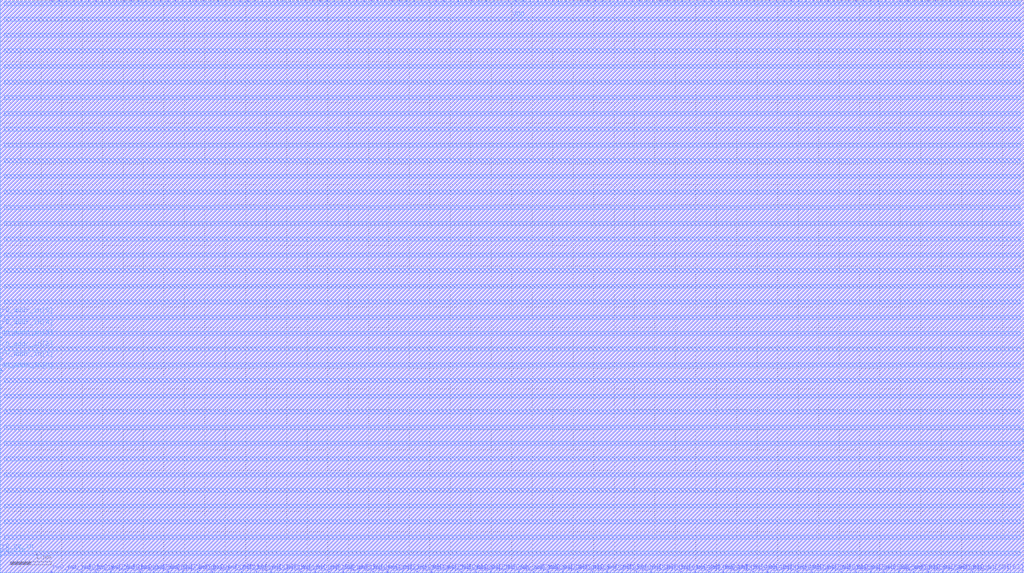
<source format=lef>
# Generated by OpenFakeRAM
VERSION 5.7 ;
BUSBITCHARS "[]" ;
PROPERTYDEFINITIONS
  MACRO width INTEGER ;
  MACRO depth INTEGER ;
  MACRO banks INTEGER ;
END PROPERTYDEFINITIONS
MACRO fakeram_1rw1r_64w64d_sram
  PROPERTY width 64 ;
  PROPERTY depth 64 ;
  PROPERTY banks 1 ;
  FOREIGN fakeram_1rw1r_64w64d_sram 0 0 ;
  SYMMETRY X Y R90 ;
  SIZE 25.020 BY 14.016 ;
  CLASS BLOCK ;
  PIN r0_clk
    DIRECTION INPUT ;
    USE SIGNAL ;
    SHAPE ABUTMENT ;
    PORT
      LAYER M4 ;
      RECT 0.000 0.420 0.048 0.444 ;
    END
  END r0_clk
  PIN r0_ce_in
    DIRECTION INPUT ;
    USE SIGNAL ;
    SHAPE ABUTMENT ;
    PORT
      LAYER M4 ;
      RECT 0.000 0.516 0.048 0.540 ;
    END
  END r0_ce_in
  PIN r0_addr_in[0]
    DIRECTION INPUT ;
    USE SIGNAL ;
    SHAPE ABUTMENT ;
    PORT
      LAYER M4 ;
      RECT 0.000 4.932 0.048 4.956 ;
    END
  END r0_addr_in[0]
  PIN r0_addr_in[1]
    DIRECTION INPUT ;
    USE SIGNAL ;
    SHAPE ABUTMENT ;
    PORT
      LAYER M4 ;
      RECT 0.000 5.220 0.048 5.244 ;
    END
  END r0_addr_in[1]
  PIN r0_addr_in[2]
    DIRECTION INPUT ;
    USE SIGNAL ;
    SHAPE ABUTMENT ;
    PORT
      LAYER M4 ;
      RECT 0.000 5.460 0.048 5.484 ;
    END
  END r0_addr_in[2]
  PIN r0_addr_in[3]
    DIRECTION INPUT ;
    USE SIGNAL ;
    SHAPE ABUTMENT ;
    PORT
      LAYER M4 ;
      RECT 0.000 5.748 0.048 5.772 ;
    END
  END r0_addr_in[3]
  PIN r0_addr_in[4]
    DIRECTION INPUT ;
    USE SIGNAL ;
    SHAPE ABUTMENT ;
    PORT
      LAYER M4 ;
      RECT 0.000 5.988 0.048 6.012 ;
    END
  END r0_addr_in[4]
  PIN r0_addr_in[5]
    DIRECTION INPUT ;
    USE SIGNAL ;
    SHAPE ABUTMENT ;
    PORT
      LAYER M4 ;
      RECT 0.000 6.276 0.048 6.300 ;
    END
  END r0_addr_in[5]
  PIN rw0_rd_out[0]
    DIRECTION OUTPUT ;
    USE SIGNAL ;
    SHAPE ABUTMENT ;
    PORT
      LAYER M3 ;
      RECT 1.251 13.980 1.269 14.016 ;
    END
  END rw0_rd_out[0]
  PIN r0_rd_out[0]
    DIRECTION OUTPUT ;
    USE SIGNAL ;
    SHAPE ABUTMENT ;
    PORT
      LAYER M3 ;
      RECT 1.431 13.980 1.449 14.016 ;
    END
  END r0_rd_out[0]
  PIN rw0_rd_out[1]
    DIRECTION OUTPUT ;
    USE SIGNAL ;
    SHAPE ABUTMENT ;
    PORT
      LAYER M3 ;
      RECT 1.611 13.980 1.629 14.016 ;
    END
  END rw0_rd_out[1]
  PIN r0_rd_out[1]
    DIRECTION OUTPUT ;
    USE SIGNAL ;
    SHAPE ABUTMENT ;
    PORT
      LAYER M3 ;
      RECT 1.791 13.980 1.809 14.016 ;
    END
  END r0_rd_out[1]
  PIN rw0_rd_out[2]
    DIRECTION OUTPUT ;
    USE SIGNAL ;
    SHAPE ABUTMENT ;
    PORT
      LAYER M3 ;
      RECT 1.971 13.980 1.989 14.016 ;
    END
  END rw0_rd_out[2]
  PIN r0_rd_out[2]
    DIRECTION OUTPUT ;
    USE SIGNAL ;
    SHAPE ABUTMENT ;
    PORT
      LAYER M3 ;
      RECT 2.151 13.980 2.169 14.016 ;
    END
  END r0_rd_out[2]
  PIN rw0_rd_out[3]
    DIRECTION OUTPUT ;
    USE SIGNAL ;
    SHAPE ABUTMENT ;
    PORT
      LAYER M3 ;
      RECT 2.331 13.980 2.349 14.016 ;
    END
  END rw0_rd_out[3]
  PIN r0_rd_out[3]
    DIRECTION OUTPUT ;
    USE SIGNAL ;
    SHAPE ABUTMENT ;
    PORT
      LAYER M3 ;
      RECT 2.475 13.980 2.493 14.016 ;
    END
  END r0_rd_out[3]
  PIN rw0_rd_out[4]
    DIRECTION OUTPUT ;
    USE SIGNAL ;
    SHAPE ABUTMENT ;
    PORT
      LAYER M3 ;
      RECT 2.655 13.980 2.673 14.016 ;
    END
  END rw0_rd_out[4]
  PIN r0_rd_out[4]
    DIRECTION OUTPUT ;
    USE SIGNAL ;
    SHAPE ABUTMENT ;
    PORT
      LAYER M3 ;
      RECT 2.835 13.980 2.853 14.016 ;
    END
  END r0_rd_out[4]
  PIN rw0_rd_out[5]
    DIRECTION OUTPUT ;
    USE SIGNAL ;
    SHAPE ABUTMENT ;
    PORT
      LAYER M3 ;
      RECT 3.015 13.980 3.033 14.016 ;
    END
  END rw0_rd_out[5]
  PIN r0_rd_out[5]
    DIRECTION OUTPUT ;
    USE SIGNAL ;
    SHAPE ABUTMENT ;
    PORT
      LAYER M3 ;
      RECT 3.195 13.980 3.213 14.016 ;
    END
  END r0_rd_out[5]
  PIN rw0_rd_out[6]
    DIRECTION OUTPUT ;
    USE SIGNAL ;
    SHAPE ABUTMENT ;
    PORT
      LAYER M3 ;
      RECT 3.375 13.980 3.393 14.016 ;
    END
  END rw0_rd_out[6]
  PIN r0_rd_out[6]
    DIRECTION OUTPUT ;
    USE SIGNAL ;
    SHAPE ABUTMENT ;
    PORT
      LAYER M3 ;
      RECT 3.555 13.980 3.573 14.016 ;
    END
  END r0_rd_out[6]
  PIN rw0_rd_out[7]
    DIRECTION OUTPUT ;
    USE SIGNAL ;
    SHAPE ABUTMENT ;
    PORT
      LAYER M3 ;
      RECT 3.735 13.980 3.753 14.016 ;
    END
  END rw0_rd_out[7]
  PIN r0_rd_out[7]
    DIRECTION OUTPUT ;
    USE SIGNAL ;
    SHAPE ABUTMENT ;
    PORT
      LAYER M3 ;
      RECT 3.915 13.980 3.933 14.016 ;
    END
  END r0_rd_out[7]
  PIN rw0_rd_out[8]
    DIRECTION OUTPUT ;
    USE SIGNAL ;
    SHAPE ABUTMENT ;
    PORT
      LAYER M3 ;
      RECT 4.095 13.980 4.113 14.016 ;
    END
  END rw0_rd_out[8]
  PIN r0_rd_out[8]
    DIRECTION OUTPUT ;
    USE SIGNAL ;
    SHAPE ABUTMENT ;
    PORT
      LAYER M3 ;
      RECT 4.275 13.980 4.293 14.016 ;
    END
  END r0_rd_out[8]
  PIN rw0_rd_out[9]
    DIRECTION OUTPUT ;
    USE SIGNAL ;
    SHAPE ABUTMENT ;
    PORT
      LAYER M3 ;
      RECT 4.455 13.980 4.473 14.016 ;
    END
  END rw0_rd_out[9]
  PIN r0_rd_out[9]
    DIRECTION OUTPUT ;
    USE SIGNAL ;
    SHAPE ABUTMENT ;
    PORT
      LAYER M3 ;
      RECT 4.635 13.980 4.653 14.016 ;
    END
  END r0_rd_out[9]
  PIN rw0_rd_out[10]
    DIRECTION OUTPUT ;
    USE SIGNAL ;
    SHAPE ABUTMENT ;
    PORT
      LAYER M3 ;
      RECT 4.779 13.980 4.797 14.016 ;
    END
  END rw0_rd_out[10]
  PIN r0_rd_out[10]
    DIRECTION OUTPUT ;
    USE SIGNAL ;
    SHAPE ABUTMENT ;
    PORT
      LAYER M3 ;
      RECT 4.959 13.980 4.977 14.016 ;
    END
  END r0_rd_out[10]
  PIN rw0_rd_out[11]
    DIRECTION OUTPUT ;
    USE SIGNAL ;
    SHAPE ABUTMENT ;
    PORT
      LAYER M3 ;
      RECT 5.139 13.980 5.157 14.016 ;
    END
  END rw0_rd_out[11]
  PIN r0_rd_out[11]
    DIRECTION OUTPUT ;
    USE SIGNAL ;
    SHAPE ABUTMENT ;
    PORT
      LAYER M3 ;
      RECT 5.319 13.980 5.337 14.016 ;
    END
  END r0_rd_out[11]
  PIN rw0_rd_out[12]
    DIRECTION OUTPUT ;
    USE SIGNAL ;
    SHAPE ABUTMENT ;
    PORT
      LAYER M3 ;
      RECT 5.499 13.980 5.517 14.016 ;
    END
  END rw0_rd_out[12]
  PIN r0_rd_out[12]
    DIRECTION OUTPUT ;
    USE SIGNAL ;
    SHAPE ABUTMENT ;
    PORT
      LAYER M3 ;
      RECT 5.679 13.980 5.697 14.016 ;
    END
  END r0_rd_out[12]
  PIN rw0_rd_out[13]
    DIRECTION OUTPUT ;
    USE SIGNAL ;
    SHAPE ABUTMENT ;
    PORT
      LAYER M3 ;
      RECT 5.859 13.980 5.877 14.016 ;
    END
  END rw0_rd_out[13]
  PIN r0_rd_out[13]
    DIRECTION OUTPUT ;
    USE SIGNAL ;
    SHAPE ABUTMENT ;
    PORT
      LAYER M3 ;
      RECT 6.039 13.980 6.057 14.016 ;
    END
  END r0_rd_out[13]
  PIN rw0_rd_out[14]
    DIRECTION OUTPUT ;
    USE SIGNAL ;
    SHAPE ABUTMENT ;
    PORT
      LAYER M3 ;
      RECT 6.219 13.980 6.237 14.016 ;
    END
  END rw0_rd_out[14]
  PIN r0_rd_out[14]
    DIRECTION OUTPUT ;
    USE SIGNAL ;
    SHAPE ABUTMENT ;
    PORT
      LAYER M3 ;
      RECT 6.399 13.980 6.417 14.016 ;
    END
  END r0_rd_out[14]
  PIN rw0_rd_out[15]
    DIRECTION OUTPUT ;
    USE SIGNAL ;
    SHAPE ABUTMENT ;
    PORT
      LAYER M3 ;
      RECT 6.579 13.980 6.597 14.016 ;
    END
  END rw0_rd_out[15]
  PIN r0_rd_out[15]
    DIRECTION OUTPUT ;
    USE SIGNAL ;
    SHAPE ABUTMENT ;
    PORT
      LAYER M3 ;
      RECT 6.759 13.980 6.777 14.016 ;
    END
  END r0_rd_out[15]
  PIN rw0_rd_out[16]
    DIRECTION OUTPUT ;
    USE SIGNAL ;
    SHAPE ABUTMENT ;
    PORT
      LAYER M3 ;
      RECT 6.903 13.980 6.921 14.016 ;
    END
  END rw0_rd_out[16]
  PIN r0_rd_out[16]
    DIRECTION OUTPUT ;
    USE SIGNAL ;
    SHAPE ABUTMENT ;
    PORT
      LAYER M3 ;
      RECT 7.083 13.980 7.101 14.016 ;
    END
  END r0_rd_out[16]
  PIN rw0_rd_out[17]
    DIRECTION OUTPUT ;
    USE SIGNAL ;
    SHAPE ABUTMENT ;
    PORT
      LAYER M3 ;
      RECT 7.263 13.980 7.281 14.016 ;
    END
  END rw0_rd_out[17]
  PIN r0_rd_out[17]
    DIRECTION OUTPUT ;
    USE SIGNAL ;
    SHAPE ABUTMENT ;
    PORT
      LAYER M3 ;
      RECT 7.443 13.980 7.461 14.016 ;
    END
  END r0_rd_out[17]
  PIN rw0_rd_out[18]
    DIRECTION OUTPUT ;
    USE SIGNAL ;
    SHAPE ABUTMENT ;
    PORT
      LAYER M3 ;
      RECT 7.623 13.980 7.641 14.016 ;
    END
  END rw0_rd_out[18]
  PIN r0_rd_out[18]
    DIRECTION OUTPUT ;
    USE SIGNAL ;
    SHAPE ABUTMENT ;
    PORT
      LAYER M3 ;
      RECT 7.803 13.980 7.821 14.016 ;
    END
  END r0_rd_out[18]
  PIN rw0_rd_out[19]
    DIRECTION OUTPUT ;
    USE SIGNAL ;
    SHAPE ABUTMENT ;
    PORT
      LAYER M3 ;
      RECT 7.983 13.980 8.001 14.016 ;
    END
  END rw0_rd_out[19]
  PIN r0_rd_out[19]
    DIRECTION OUTPUT ;
    USE SIGNAL ;
    SHAPE ABUTMENT ;
    PORT
      LAYER M3 ;
      RECT 8.163 13.980 8.181 14.016 ;
    END
  END r0_rd_out[19]
  PIN rw0_rd_out[20]
    DIRECTION OUTPUT ;
    USE SIGNAL ;
    SHAPE ABUTMENT ;
    PORT
      LAYER M3 ;
      RECT 8.343 13.980 8.361 14.016 ;
    END
  END rw0_rd_out[20]
  PIN r0_rd_out[20]
    DIRECTION OUTPUT ;
    USE SIGNAL ;
    SHAPE ABUTMENT ;
    PORT
      LAYER M3 ;
      RECT 8.523 13.980 8.541 14.016 ;
    END
  END r0_rd_out[20]
  PIN rw0_rd_out[21]
    DIRECTION OUTPUT ;
    USE SIGNAL ;
    SHAPE ABUTMENT ;
    PORT
      LAYER M3 ;
      RECT 8.703 13.980 8.721 14.016 ;
    END
  END rw0_rd_out[21]
  PIN r0_rd_out[21]
    DIRECTION OUTPUT ;
    USE SIGNAL ;
    SHAPE ABUTMENT ;
    PORT
      LAYER M3 ;
      RECT 8.883 13.980 8.901 14.016 ;
    END
  END r0_rd_out[21]
  PIN rw0_rd_out[22]
    DIRECTION OUTPUT ;
    USE SIGNAL ;
    SHAPE ABUTMENT ;
    PORT
      LAYER M3 ;
      RECT 9.063 13.980 9.081 14.016 ;
    END
  END rw0_rd_out[22]
  PIN r0_rd_out[22]
    DIRECTION OUTPUT ;
    USE SIGNAL ;
    SHAPE ABUTMENT ;
    PORT
      LAYER M3 ;
      RECT 9.207 13.980 9.225 14.016 ;
    END
  END r0_rd_out[22]
  PIN rw0_rd_out[23]
    DIRECTION OUTPUT ;
    USE SIGNAL ;
    SHAPE ABUTMENT ;
    PORT
      LAYER M3 ;
      RECT 9.387 13.980 9.405 14.016 ;
    END
  END rw0_rd_out[23]
  PIN r0_rd_out[23]
    DIRECTION OUTPUT ;
    USE SIGNAL ;
    SHAPE ABUTMENT ;
    PORT
      LAYER M3 ;
      RECT 9.567 13.980 9.585 14.016 ;
    END
  END r0_rd_out[23]
  PIN rw0_rd_out[24]
    DIRECTION OUTPUT ;
    USE SIGNAL ;
    SHAPE ABUTMENT ;
    PORT
      LAYER M3 ;
      RECT 9.747 13.980 9.765 14.016 ;
    END
  END rw0_rd_out[24]
  PIN r0_rd_out[24]
    DIRECTION OUTPUT ;
    USE SIGNAL ;
    SHAPE ABUTMENT ;
    PORT
      LAYER M3 ;
      RECT 9.927 13.980 9.945 14.016 ;
    END
  END r0_rd_out[24]
  PIN rw0_rd_out[25]
    DIRECTION OUTPUT ;
    USE SIGNAL ;
    SHAPE ABUTMENT ;
    PORT
      LAYER M3 ;
      RECT 10.107 13.980 10.125 14.016 ;
    END
  END rw0_rd_out[25]
  PIN r0_rd_out[25]
    DIRECTION OUTPUT ;
    USE SIGNAL ;
    SHAPE ABUTMENT ;
    PORT
      LAYER M3 ;
      RECT 10.287 13.980 10.305 14.016 ;
    END
  END r0_rd_out[25]
  PIN rw0_rd_out[26]
    DIRECTION OUTPUT ;
    USE SIGNAL ;
    SHAPE ABUTMENT ;
    PORT
      LAYER M3 ;
      RECT 10.467 13.980 10.485 14.016 ;
    END
  END rw0_rd_out[26]
  PIN r0_rd_out[26]
    DIRECTION OUTPUT ;
    USE SIGNAL ;
    SHAPE ABUTMENT ;
    PORT
      LAYER M3 ;
      RECT 10.647 13.980 10.665 14.016 ;
    END
  END r0_rd_out[26]
  PIN rw0_rd_out[27]
    DIRECTION OUTPUT ;
    USE SIGNAL ;
    SHAPE ABUTMENT ;
    PORT
      LAYER M3 ;
      RECT 10.827 13.980 10.845 14.016 ;
    END
  END rw0_rd_out[27]
  PIN r0_rd_out[27]
    DIRECTION OUTPUT ;
    USE SIGNAL ;
    SHAPE ABUTMENT ;
    PORT
      LAYER M3 ;
      RECT 11.007 13.980 11.025 14.016 ;
    END
  END r0_rd_out[27]
  PIN rw0_rd_out[28]
    DIRECTION OUTPUT ;
    USE SIGNAL ;
    SHAPE ABUTMENT ;
    PORT
      LAYER M3 ;
      RECT 11.187 13.980 11.205 14.016 ;
    END
  END rw0_rd_out[28]
  PIN r0_rd_out[28]
    DIRECTION OUTPUT ;
    USE SIGNAL ;
    SHAPE ABUTMENT ;
    PORT
      LAYER M3 ;
      RECT 11.367 13.980 11.385 14.016 ;
    END
  END r0_rd_out[28]
  PIN rw0_rd_out[29]
    DIRECTION OUTPUT ;
    USE SIGNAL ;
    SHAPE ABUTMENT ;
    PORT
      LAYER M3 ;
      RECT 11.511 13.980 11.529 14.016 ;
    END
  END rw0_rd_out[29]
  PIN r0_rd_out[29]
    DIRECTION OUTPUT ;
    USE SIGNAL ;
    SHAPE ABUTMENT ;
    PORT
      LAYER M3 ;
      RECT 11.691 13.980 11.709 14.016 ;
    END
  END r0_rd_out[29]
  PIN rw0_rd_out[30]
    DIRECTION OUTPUT ;
    USE SIGNAL ;
    SHAPE ABUTMENT ;
    PORT
      LAYER M3 ;
      RECT 11.871 13.980 11.889 14.016 ;
    END
  END rw0_rd_out[30]
  PIN r0_rd_out[30]
    DIRECTION OUTPUT ;
    USE SIGNAL ;
    SHAPE ABUTMENT ;
    PORT
      LAYER M3 ;
      RECT 12.051 13.980 12.069 14.016 ;
    END
  END r0_rd_out[30]
  PIN rw0_rd_out[31]
    DIRECTION OUTPUT ;
    USE SIGNAL ;
    SHAPE ABUTMENT ;
    PORT
      LAYER M3 ;
      RECT 12.231 13.980 12.249 14.016 ;
    END
  END rw0_rd_out[31]
  PIN r0_rd_out[31]
    DIRECTION OUTPUT ;
    USE SIGNAL ;
    SHAPE ABUTMENT ;
    PORT
      LAYER M3 ;
      RECT 12.411 13.980 12.429 14.016 ;
    END
  END r0_rd_out[31]
  PIN rw0_rd_out[32]
    DIRECTION OUTPUT ;
    USE SIGNAL ;
    SHAPE ABUTMENT ;
    PORT
      LAYER M3 ;
      RECT 12.591 13.980 12.609 14.016 ;
    END
  END rw0_rd_out[32]
  PIN r0_rd_out[32]
    DIRECTION OUTPUT ;
    USE SIGNAL ;
    SHAPE ABUTMENT ;
    PORT
      LAYER M3 ;
      RECT 12.771 13.980 12.789 14.016 ;
    END
  END r0_rd_out[32]
  PIN rw0_rd_out[33]
    DIRECTION OUTPUT ;
    USE SIGNAL ;
    SHAPE ABUTMENT ;
    PORT
      LAYER M3 ;
      RECT 12.951 13.980 12.969 14.016 ;
    END
  END rw0_rd_out[33]
  PIN r0_rd_out[33]
    DIRECTION OUTPUT ;
    USE SIGNAL ;
    SHAPE ABUTMENT ;
    PORT
      LAYER M3 ;
      RECT 13.131 13.980 13.149 14.016 ;
    END
  END r0_rd_out[33]
  PIN rw0_rd_out[34]
    DIRECTION OUTPUT ;
    USE SIGNAL ;
    SHAPE ABUTMENT ;
    PORT
      LAYER M3 ;
      RECT 13.311 13.980 13.329 14.016 ;
    END
  END rw0_rd_out[34]
  PIN r0_rd_out[34]
    DIRECTION OUTPUT ;
    USE SIGNAL ;
    SHAPE ABUTMENT ;
    PORT
      LAYER M3 ;
      RECT 13.491 13.980 13.509 14.016 ;
    END
  END r0_rd_out[34]
  PIN rw0_rd_out[35]
    DIRECTION OUTPUT ;
    USE SIGNAL ;
    SHAPE ABUTMENT ;
    PORT
      LAYER M3 ;
      RECT 13.635 13.980 13.653 14.016 ;
    END
  END rw0_rd_out[35]
  PIN r0_rd_out[35]
    DIRECTION OUTPUT ;
    USE SIGNAL ;
    SHAPE ABUTMENT ;
    PORT
      LAYER M3 ;
      RECT 13.815 13.980 13.833 14.016 ;
    END
  END r0_rd_out[35]
  PIN rw0_rd_out[36]
    DIRECTION OUTPUT ;
    USE SIGNAL ;
    SHAPE ABUTMENT ;
    PORT
      LAYER M3 ;
      RECT 13.995 13.980 14.013 14.016 ;
    END
  END rw0_rd_out[36]
  PIN r0_rd_out[36]
    DIRECTION OUTPUT ;
    USE SIGNAL ;
    SHAPE ABUTMENT ;
    PORT
      LAYER M3 ;
      RECT 14.175 13.980 14.193 14.016 ;
    END
  END r0_rd_out[36]
  PIN rw0_rd_out[37]
    DIRECTION OUTPUT ;
    USE SIGNAL ;
    SHAPE ABUTMENT ;
    PORT
      LAYER M3 ;
      RECT 14.355 13.980 14.373 14.016 ;
    END
  END rw0_rd_out[37]
  PIN r0_rd_out[37]
    DIRECTION OUTPUT ;
    USE SIGNAL ;
    SHAPE ABUTMENT ;
    PORT
      LAYER M3 ;
      RECT 14.535 13.980 14.553 14.016 ;
    END
  END r0_rd_out[37]
  PIN rw0_rd_out[38]
    DIRECTION OUTPUT ;
    USE SIGNAL ;
    SHAPE ABUTMENT ;
    PORT
      LAYER M3 ;
      RECT 14.715 13.980 14.733 14.016 ;
    END
  END rw0_rd_out[38]
  PIN r0_rd_out[38]
    DIRECTION OUTPUT ;
    USE SIGNAL ;
    SHAPE ABUTMENT ;
    PORT
      LAYER M3 ;
      RECT 14.895 13.980 14.913 14.016 ;
    END
  END r0_rd_out[38]
  PIN rw0_rd_out[39]
    DIRECTION OUTPUT ;
    USE SIGNAL ;
    SHAPE ABUTMENT ;
    PORT
      LAYER M3 ;
      RECT 15.075 13.980 15.093 14.016 ;
    END
  END rw0_rd_out[39]
  PIN r0_rd_out[39]
    DIRECTION OUTPUT ;
    USE SIGNAL ;
    SHAPE ABUTMENT ;
    PORT
      LAYER M3 ;
      RECT 15.255 13.980 15.273 14.016 ;
    END
  END r0_rd_out[39]
  PIN rw0_rd_out[40]
    DIRECTION OUTPUT ;
    USE SIGNAL ;
    SHAPE ABUTMENT ;
    PORT
      LAYER M3 ;
      RECT 15.435 13.980 15.453 14.016 ;
    END
  END rw0_rd_out[40]
  PIN r0_rd_out[40]
    DIRECTION OUTPUT ;
    USE SIGNAL ;
    SHAPE ABUTMENT ;
    PORT
      LAYER M3 ;
      RECT 15.615 13.980 15.633 14.016 ;
    END
  END r0_rd_out[40]
  PIN rw0_rd_out[41]
    DIRECTION OUTPUT ;
    USE SIGNAL ;
    SHAPE ABUTMENT ;
    PORT
      LAYER M3 ;
      RECT 15.795 13.980 15.813 14.016 ;
    END
  END rw0_rd_out[41]
  PIN r0_rd_out[41]
    DIRECTION OUTPUT ;
    USE SIGNAL ;
    SHAPE ABUTMENT ;
    PORT
      LAYER M3 ;
      RECT 15.939 13.980 15.957 14.016 ;
    END
  END r0_rd_out[41]
  PIN rw0_rd_out[42]
    DIRECTION OUTPUT ;
    USE SIGNAL ;
    SHAPE ABUTMENT ;
    PORT
      LAYER M3 ;
      RECT 16.119 13.980 16.137 14.016 ;
    END
  END rw0_rd_out[42]
  PIN r0_rd_out[42]
    DIRECTION OUTPUT ;
    USE SIGNAL ;
    SHAPE ABUTMENT ;
    PORT
      LAYER M3 ;
      RECT 16.299 13.980 16.317 14.016 ;
    END
  END r0_rd_out[42]
  PIN rw0_rd_out[43]
    DIRECTION OUTPUT ;
    USE SIGNAL ;
    SHAPE ABUTMENT ;
    PORT
      LAYER M3 ;
      RECT 16.479 13.980 16.497 14.016 ;
    END
  END rw0_rd_out[43]
  PIN r0_rd_out[43]
    DIRECTION OUTPUT ;
    USE SIGNAL ;
    SHAPE ABUTMENT ;
    PORT
      LAYER M3 ;
      RECT 16.659 13.980 16.677 14.016 ;
    END
  END r0_rd_out[43]
  PIN rw0_rd_out[44]
    DIRECTION OUTPUT ;
    USE SIGNAL ;
    SHAPE ABUTMENT ;
    PORT
      LAYER M3 ;
      RECT 16.839 13.980 16.857 14.016 ;
    END
  END rw0_rd_out[44]
  PIN r0_rd_out[44]
    DIRECTION OUTPUT ;
    USE SIGNAL ;
    SHAPE ABUTMENT ;
    PORT
      LAYER M3 ;
      RECT 17.019 13.980 17.037 14.016 ;
    END
  END r0_rd_out[44]
  PIN rw0_rd_out[45]
    DIRECTION OUTPUT ;
    USE SIGNAL ;
    SHAPE ABUTMENT ;
    PORT
      LAYER M3 ;
      RECT 17.199 13.980 17.217 14.016 ;
    END
  END rw0_rd_out[45]
  PIN r0_rd_out[45]
    DIRECTION OUTPUT ;
    USE SIGNAL ;
    SHAPE ABUTMENT ;
    PORT
      LAYER M3 ;
      RECT 17.379 13.980 17.397 14.016 ;
    END
  END r0_rd_out[45]
  PIN rw0_rd_out[46]
    DIRECTION OUTPUT ;
    USE SIGNAL ;
    SHAPE ABUTMENT ;
    PORT
      LAYER M3 ;
      RECT 17.559 13.980 17.577 14.016 ;
    END
  END rw0_rd_out[46]
  PIN r0_rd_out[46]
    DIRECTION OUTPUT ;
    USE SIGNAL ;
    SHAPE ABUTMENT ;
    PORT
      LAYER M3 ;
      RECT 17.739 13.980 17.757 14.016 ;
    END
  END r0_rd_out[46]
  PIN rw0_rd_out[47]
    DIRECTION OUTPUT ;
    USE SIGNAL ;
    SHAPE ABUTMENT ;
    PORT
      LAYER M3 ;
      RECT 17.919 13.980 17.937 14.016 ;
    END
  END rw0_rd_out[47]
  PIN r0_rd_out[47]
    DIRECTION OUTPUT ;
    USE SIGNAL ;
    SHAPE ABUTMENT ;
    PORT
      LAYER M3 ;
      RECT 18.099 13.980 18.117 14.016 ;
    END
  END r0_rd_out[47]
  PIN rw0_rd_out[48]
    DIRECTION OUTPUT ;
    USE SIGNAL ;
    SHAPE ABUTMENT ;
    PORT
      LAYER M3 ;
      RECT 18.243 13.980 18.261 14.016 ;
    END
  END rw0_rd_out[48]
  PIN r0_rd_out[48]
    DIRECTION OUTPUT ;
    USE SIGNAL ;
    SHAPE ABUTMENT ;
    PORT
      LAYER M3 ;
      RECT 18.423 13.980 18.441 14.016 ;
    END
  END r0_rd_out[48]
  PIN rw0_rd_out[49]
    DIRECTION OUTPUT ;
    USE SIGNAL ;
    SHAPE ABUTMENT ;
    PORT
      LAYER M3 ;
      RECT 18.603 13.980 18.621 14.016 ;
    END
  END rw0_rd_out[49]
  PIN r0_rd_out[49]
    DIRECTION OUTPUT ;
    USE SIGNAL ;
    SHAPE ABUTMENT ;
    PORT
      LAYER M3 ;
      RECT 18.783 13.980 18.801 14.016 ;
    END
  END r0_rd_out[49]
  PIN rw0_rd_out[50]
    DIRECTION OUTPUT ;
    USE SIGNAL ;
    SHAPE ABUTMENT ;
    PORT
      LAYER M3 ;
      RECT 18.963 13.980 18.981 14.016 ;
    END
  END rw0_rd_out[50]
  PIN r0_rd_out[50]
    DIRECTION OUTPUT ;
    USE SIGNAL ;
    SHAPE ABUTMENT ;
    PORT
      LAYER M3 ;
      RECT 19.143 13.980 19.161 14.016 ;
    END
  END r0_rd_out[50]
  PIN rw0_rd_out[51]
    DIRECTION OUTPUT ;
    USE SIGNAL ;
    SHAPE ABUTMENT ;
    PORT
      LAYER M3 ;
      RECT 19.323 13.980 19.341 14.016 ;
    END
  END rw0_rd_out[51]
  PIN r0_rd_out[51]
    DIRECTION OUTPUT ;
    USE SIGNAL ;
    SHAPE ABUTMENT ;
    PORT
      LAYER M3 ;
      RECT 19.503 13.980 19.521 14.016 ;
    END
  END r0_rd_out[51]
  PIN rw0_rd_out[52]
    DIRECTION OUTPUT ;
    USE SIGNAL ;
    SHAPE ABUTMENT ;
    PORT
      LAYER M3 ;
      RECT 19.683 13.980 19.701 14.016 ;
    END
  END rw0_rd_out[52]
  PIN r0_rd_out[52]
    DIRECTION OUTPUT ;
    USE SIGNAL ;
    SHAPE ABUTMENT ;
    PORT
      LAYER M3 ;
      RECT 19.863 13.980 19.881 14.016 ;
    END
  END r0_rd_out[52]
  PIN rw0_rd_out[53]
    DIRECTION OUTPUT ;
    USE SIGNAL ;
    SHAPE ABUTMENT ;
    PORT
      LAYER M3 ;
      RECT 20.043 13.980 20.061 14.016 ;
    END
  END rw0_rd_out[53]
  PIN r0_rd_out[53]
    DIRECTION OUTPUT ;
    USE SIGNAL ;
    SHAPE ABUTMENT ;
    PORT
      LAYER M3 ;
      RECT 20.223 13.980 20.241 14.016 ;
    END
  END r0_rd_out[53]
  PIN rw0_rd_out[54]
    DIRECTION OUTPUT ;
    USE SIGNAL ;
    SHAPE ABUTMENT ;
    PORT
      LAYER M3 ;
      RECT 20.367 13.980 20.385 14.016 ;
    END
  END rw0_rd_out[54]
  PIN r0_rd_out[54]
    DIRECTION OUTPUT ;
    USE SIGNAL ;
    SHAPE ABUTMENT ;
    PORT
      LAYER M3 ;
      RECT 20.547 13.980 20.565 14.016 ;
    END
  END r0_rd_out[54]
  PIN rw0_rd_out[55]
    DIRECTION OUTPUT ;
    USE SIGNAL ;
    SHAPE ABUTMENT ;
    PORT
      LAYER M3 ;
      RECT 20.727 13.980 20.745 14.016 ;
    END
  END rw0_rd_out[55]
  PIN r0_rd_out[55]
    DIRECTION OUTPUT ;
    USE SIGNAL ;
    SHAPE ABUTMENT ;
    PORT
      LAYER M3 ;
      RECT 20.907 13.980 20.925 14.016 ;
    END
  END r0_rd_out[55]
  PIN rw0_rd_out[56]
    DIRECTION OUTPUT ;
    USE SIGNAL ;
    SHAPE ABUTMENT ;
    PORT
      LAYER M3 ;
      RECT 21.087 13.980 21.105 14.016 ;
    END
  END rw0_rd_out[56]
  PIN r0_rd_out[56]
    DIRECTION OUTPUT ;
    USE SIGNAL ;
    SHAPE ABUTMENT ;
    PORT
      LAYER M3 ;
      RECT 21.267 13.980 21.285 14.016 ;
    END
  END r0_rd_out[56]
  PIN rw0_rd_out[57]
    DIRECTION OUTPUT ;
    USE SIGNAL ;
    SHAPE ABUTMENT ;
    PORT
      LAYER M3 ;
      RECT 21.447 13.980 21.465 14.016 ;
    END
  END rw0_rd_out[57]
  PIN r0_rd_out[57]
    DIRECTION OUTPUT ;
    USE SIGNAL ;
    SHAPE ABUTMENT ;
    PORT
      LAYER M3 ;
      RECT 21.627 13.980 21.645 14.016 ;
    END
  END r0_rd_out[57]
  PIN rw0_rd_out[58]
    DIRECTION OUTPUT ;
    USE SIGNAL ;
    SHAPE ABUTMENT ;
    PORT
      LAYER M3 ;
      RECT 21.807 13.980 21.825 14.016 ;
    END
  END rw0_rd_out[58]
  PIN r0_rd_out[58]
    DIRECTION OUTPUT ;
    USE SIGNAL ;
    SHAPE ABUTMENT ;
    PORT
      LAYER M3 ;
      RECT 21.987 13.980 22.005 14.016 ;
    END
  END r0_rd_out[58]
  PIN rw0_rd_out[59]
    DIRECTION OUTPUT ;
    USE SIGNAL ;
    SHAPE ABUTMENT ;
    PORT
      LAYER M3 ;
      RECT 22.167 13.980 22.185 14.016 ;
    END
  END rw0_rd_out[59]
  PIN r0_rd_out[59]
    DIRECTION OUTPUT ;
    USE SIGNAL ;
    SHAPE ABUTMENT ;
    PORT
      LAYER M3 ;
      RECT 22.347 13.980 22.365 14.016 ;
    END
  END r0_rd_out[59]
  PIN rw0_rd_out[60]
    DIRECTION OUTPUT ;
    USE SIGNAL ;
    SHAPE ABUTMENT ;
    PORT
      LAYER M3 ;
      RECT 22.527 13.980 22.545 14.016 ;
    END
  END rw0_rd_out[60]
  PIN r0_rd_out[60]
    DIRECTION OUTPUT ;
    USE SIGNAL ;
    SHAPE ABUTMENT ;
    PORT
      LAYER M3 ;
      RECT 22.671 13.980 22.689 14.016 ;
    END
  END r0_rd_out[60]
  PIN rw0_rd_out[61]
    DIRECTION OUTPUT ;
    USE SIGNAL ;
    SHAPE ABUTMENT ;
    PORT
      LAYER M3 ;
      RECT 22.851 13.980 22.869 14.016 ;
    END
  END rw0_rd_out[61]
  PIN r0_rd_out[61]
    DIRECTION OUTPUT ;
    USE SIGNAL ;
    SHAPE ABUTMENT ;
    PORT
      LAYER M3 ;
      RECT 23.031 13.980 23.049 14.016 ;
    END
  END r0_rd_out[61]
  PIN rw0_rd_out[62]
    DIRECTION OUTPUT ;
    USE SIGNAL ;
    SHAPE ABUTMENT ;
    PORT
      LAYER M3 ;
      RECT 23.211 13.980 23.229 14.016 ;
    END
  END rw0_rd_out[62]
  PIN r0_rd_out[62]
    DIRECTION OUTPUT ;
    USE SIGNAL ;
    SHAPE ABUTMENT ;
    PORT
      LAYER M3 ;
      RECT 23.391 13.980 23.409 14.016 ;
    END
  END r0_rd_out[62]
  PIN rw0_rd_out[63]
    DIRECTION OUTPUT ;
    USE SIGNAL ;
    SHAPE ABUTMENT ;
    PORT
      LAYER M3 ;
      RECT 23.571 13.980 23.589 14.016 ;
    END
  END rw0_rd_out[63]
  PIN r0_rd_out[63]
    DIRECTION OUTPUT ;
    USE SIGNAL ;
    SHAPE ABUTMENT ;
    PORT
      LAYER M3 ;
      RECT 23.751 13.980 23.769 14.016 ;
    END
  END r0_rd_out[63]
  PIN rw0_clk
    DIRECTION INPUT ;
    USE SIGNAL ;
    SHAPE ABUTMENT ;
    PORT
      LAYER M4 ;
      RECT 24.972 12.660 25.020 12.684 ;
    END
  END rw0_clk
  PIN rw0_ce_in
    DIRECTION INPUT ;
    USE SIGNAL ;
    SHAPE ABUTMENT ;
    PORT
      LAYER M4 ;
      RECT 24.972 12.756 25.020 12.780 ;
    END
  END rw0_ce_in
  PIN rw0_we_in
    DIRECTION INPUT ;
    USE SIGNAL ;
    SHAPE ABUTMENT ;
    PORT
      LAYER M4 ;
      RECT 24.972 12.852 25.020 12.876 ;
    END
  END rw0_we_in
  PIN rw0_addr_in[0]
    DIRECTION INPUT ;
    USE SIGNAL ;
    SHAPE ABUTMENT ;
    PORT
      LAYER M4 ;
      RECT 24.972 2.148 25.020 2.172 ;
    END
  END rw0_addr_in[0]
  PIN rw0_addr_in[1]
    DIRECTION INPUT ;
    USE SIGNAL ;
    SHAPE ABUTMENT ;
    PORT
      LAYER M4 ;
      RECT 24.972 2.436 25.020 2.460 ;
    END
  END rw0_addr_in[1]
  PIN rw0_addr_in[2]
    DIRECTION INPUT ;
    USE SIGNAL ;
    SHAPE ABUTMENT ;
    PORT
      LAYER M4 ;
      RECT 24.972 2.676 25.020 2.700 ;
    END
  END rw0_addr_in[2]
  PIN rw0_addr_in[3]
    DIRECTION INPUT ;
    USE SIGNAL ;
    SHAPE ABUTMENT ;
    PORT
      LAYER M4 ;
      RECT 24.972 2.964 25.020 2.988 ;
    END
  END rw0_addr_in[3]
  PIN rw0_addr_in[4]
    DIRECTION INPUT ;
    USE SIGNAL ;
    SHAPE ABUTMENT ;
    PORT
      LAYER M4 ;
      RECT 24.972 3.204 25.020 3.228 ;
    END
  END rw0_addr_in[4]
  PIN rw0_addr_in[5]
    DIRECTION INPUT ;
    USE SIGNAL ;
    SHAPE ABUTMENT ;
    PORT
      LAYER M4 ;
      RECT 24.972 3.492 25.020 3.516 ;
    END
  END rw0_addr_in[5]
  PIN rw0_wd_in[0]
    DIRECTION INPUT ;
    USE SIGNAL ;
    SHAPE ABUTMENT ;
    PORT
      LAYER M3 ;
      RECT 1.251 0.000 1.269 0.036 ;
    END
  END rw0_wd_in[0]
  PIN rw0_wd_in[1]
    DIRECTION INPUT ;
    USE SIGNAL ;
    SHAPE ABUTMENT ;
    PORT
      LAYER M3 ;
      RECT 1.611 0.000 1.629 0.036 ;
    END
  END rw0_wd_in[1]
  PIN rw0_wd_in[2]
    DIRECTION INPUT ;
    USE SIGNAL ;
    SHAPE ABUTMENT ;
    PORT
      LAYER M3 ;
      RECT 1.971 0.000 1.989 0.036 ;
    END
  END rw0_wd_in[2]
  PIN rw0_wd_in[3]
    DIRECTION INPUT ;
    USE SIGNAL ;
    SHAPE ABUTMENT ;
    PORT
      LAYER M3 ;
      RECT 2.331 0.000 2.349 0.036 ;
    END
  END rw0_wd_in[3]
  PIN rw0_wd_in[4]
    DIRECTION INPUT ;
    USE SIGNAL ;
    SHAPE ABUTMENT ;
    PORT
      LAYER M3 ;
      RECT 2.691 0.000 2.709 0.036 ;
    END
  END rw0_wd_in[4]
  PIN rw0_wd_in[5]
    DIRECTION INPUT ;
    USE SIGNAL ;
    SHAPE ABUTMENT ;
    PORT
      LAYER M3 ;
      RECT 3.051 0.000 3.069 0.036 ;
    END
  END rw0_wd_in[5]
  PIN rw0_wd_in[6]
    DIRECTION INPUT ;
    USE SIGNAL ;
    SHAPE ABUTMENT ;
    PORT
      LAYER M3 ;
      RECT 3.411 0.000 3.429 0.036 ;
    END
  END rw0_wd_in[6]
  PIN rw0_wd_in[7]
    DIRECTION INPUT ;
    USE SIGNAL ;
    SHAPE ABUTMENT ;
    PORT
      LAYER M3 ;
      RECT 3.735 0.000 3.753 0.036 ;
    END
  END rw0_wd_in[7]
  PIN rw0_wd_in[8]
    DIRECTION INPUT ;
    USE SIGNAL ;
    SHAPE ABUTMENT ;
    PORT
      LAYER M3 ;
      RECT 4.095 0.000 4.113 0.036 ;
    END
  END rw0_wd_in[8]
  PIN rw0_wd_in[9]
    DIRECTION INPUT ;
    USE SIGNAL ;
    SHAPE ABUTMENT ;
    PORT
      LAYER M3 ;
      RECT 4.455 0.000 4.473 0.036 ;
    END
  END rw0_wd_in[9]
  PIN rw0_wd_in[10]
    DIRECTION INPUT ;
    USE SIGNAL ;
    SHAPE ABUTMENT ;
    PORT
      LAYER M3 ;
      RECT 4.815 0.000 4.833 0.036 ;
    END
  END rw0_wd_in[10]
  PIN rw0_wd_in[11]
    DIRECTION INPUT ;
    USE SIGNAL ;
    SHAPE ABUTMENT ;
    PORT
      LAYER M3 ;
      RECT 5.175 0.000 5.193 0.036 ;
    END
  END rw0_wd_in[11]
  PIN rw0_wd_in[12]
    DIRECTION INPUT ;
    USE SIGNAL ;
    SHAPE ABUTMENT ;
    PORT
      LAYER M3 ;
      RECT 5.535 0.000 5.553 0.036 ;
    END
  END rw0_wd_in[12]
  PIN rw0_wd_in[13]
    DIRECTION INPUT ;
    USE SIGNAL ;
    SHAPE ABUTMENT ;
    PORT
      LAYER M3 ;
      RECT 5.895 0.000 5.913 0.036 ;
    END
  END rw0_wd_in[13]
  PIN rw0_wd_in[14]
    DIRECTION INPUT ;
    USE SIGNAL ;
    SHAPE ABUTMENT ;
    PORT
      LAYER M3 ;
      RECT 6.255 0.000 6.273 0.036 ;
    END
  END rw0_wd_in[14]
  PIN rw0_wd_in[15]
    DIRECTION INPUT ;
    USE SIGNAL ;
    SHAPE ABUTMENT ;
    PORT
      LAYER M3 ;
      RECT 6.615 0.000 6.633 0.036 ;
    END
  END rw0_wd_in[15]
  PIN rw0_wd_in[16]
    DIRECTION INPUT ;
    USE SIGNAL ;
    SHAPE ABUTMENT ;
    PORT
      LAYER M3 ;
      RECT 6.975 0.000 6.993 0.036 ;
    END
  END rw0_wd_in[16]
  PIN rw0_wd_in[17]
    DIRECTION INPUT ;
    USE SIGNAL ;
    SHAPE ABUTMENT ;
    PORT
      LAYER M3 ;
      RECT 7.335 0.000 7.353 0.036 ;
    END
  END rw0_wd_in[17]
  PIN rw0_wd_in[18]
    DIRECTION INPUT ;
    USE SIGNAL ;
    SHAPE ABUTMENT ;
    PORT
      LAYER M3 ;
      RECT 7.695 0.000 7.713 0.036 ;
    END
  END rw0_wd_in[18]
  PIN rw0_wd_in[19]
    DIRECTION INPUT ;
    USE SIGNAL ;
    SHAPE ABUTMENT ;
    PORT
      LAYER M3 ;
      RECT 8.019 0.000 8.037 0.036 ;
    END
  END rw0_wd_in[19]
  PIN rw0_wd_in[20]
    DIRECTION INPUT ;
    USE SIGNAL ;
    SHAPE ABUTMENT ;
    PORT
      LAYER M3 ;
      RECT 8.379 0.000 8.397 0.036 ;
    END
  END rw0_wd_in[20]
  PIN rw0_wd_in[21]
    DIRECTION INPUT ;
    USE SIGNAL ;
    SHAPE ABUTMENT ;
    PORT
      LAYER M3 ;
      RECT 8.739 0.000 8.757 0.036 ;
    END
  END rw0_wd_in[21]
  PIN rw0_wd_in[22]
    DIRECTION INPUT ;
    USE SIGNAL ;
    SHAPE ABUTMENT ;
    PORT
      LAYER M3 ;
      RECT 9.099 0.000 9.117 0.036 ;
    END
  END rw0_wd_in[22]
  PIN rw0_wd_in[23]
    DIRECTION INPUT ;
    USE SIGNAL ;
    SHAPE ABUTMENT ;
    PORT
      LAYER M3 ;
      RECT 9.459 0.000 9.477 0.036 ;
    END
  END rw0_wd_in[23]
  PIN rw0_wd_in[24]
    DIRECTION INPUT ;
    USE SIGNAL ;
    SHAPE ABUTMENT ;
    PORT
      LAYER M3 ;
      RECT 9.819 0.000 9.837 0.036 ;
    END
  END rw0_wd_in[24]
  PIN rw0_wd_in[25]
    DIRECTION INPUT ;
    USE SIGNAL ;
    SHAPE ABUTMENT ;
    PORT
      LAYER M3 ;
      RECT 10.179 0.000 10.197 0.036 ;
    END
  END rw0_wd_in[25]
  PIN rw0_wd_in[26]
    DIRECTION INPUT ;
    USE SIGNAL ;
    SHAPE ABUTMENT ;
    PORT
      LAYER M3 ;
      RECT 10.539 0.000 10.557 0.036 ;
    END
  END rw0_wd_in[26]
  PIN rw0_wd_in[27]
    DIRECTION INPUT ;
    USE SIGNAL ;
    SHAPE ABUTMENT ;
    PORT
      LAYER M3 ;
      RECT 10.899 0.000 10.917 0.036 ;
    END
  END rw0_wd_in[27]
  PIN rw0_wd_in[28]
    DIRECTION INPUT ;
    USE SIGNAL ;
    SHAPE ABUTMENT ;
    PORT
      LAYER M3 ;
      RECT 11.259 0.000 11.277 0.036 ;
    END
  END rw0_wd_in[28]
  PIN rw0_wd_in[29]
    DIRECTION INPUT ;
    USE SIGNAL ;
    SHAPE ABUTMENT ;
    PORT
      LAYER M3 ;
      RECT 11.619 0.000 11.637 0.036 ;
    END
  END rw0_wd_in[29]
  PIN rw0_wd_in[30]
    DIRECTION INPUT ;
    USE SIGNAL ;
    SHAPE ABUTMENT ;
    PORT
      LAYER M3 ;
      RECT 11.979 0.000 11.997 0.036 ;
    END
  END rw0_wd_in[30]
  PIN rw0_wd_in[31]
    DIRECTION INPUT ;
    USE SIGNAL ;
    SHAPE ABUTMENT ;
    PORT
      LAYER M3 ;
      RECT 12.339 0.000 12.357 0.036 ;
    END
  END rw0_wd_in[31]
  PIN rw0_wd_in[32]
    DIRECTION INPUT ;
    USE SIGNAL ;
    SHAPE ABUTMENT ;
    PORT
      LAYER M3 ;
      RECT 12.663 0.000 12.681 0.036 ;
    END
  END rw0_wd_in[32]
  PIN rw0_wd_in[33]
    DIRECTION INPUT ;
    USE SIGNAL ;
    SHAPE ABUTMENT ;
    PORT
      LAYER M3 ;
      RECT 13.023 0.000 13.041 0.036 ;
    END
  END rw0_wd_in[33]
  PIN rw0_wd_in[34]
    DIRECTION INPUT ;
    USE SIGNAL ;
    SHAPE ABUTMENT ;
    PORT
      LAYER M3 ;
      RECT 13.383 0.000 13.401 0.036 ;
    END
  END rw0_wd_in[34]
  PIN rw0_wd_in[35]
    DIRECTION INPUT ;
    USE SIGNAL ;
    SHAPE ABUTMENT ;
    PORT
      LAYER M3 ;
      RECT 13.743 0.000 13.761 0.036 ;
    END
  END rw0_wd_in[35]
  PIN rw0_wd_in[36]
    DIRECTION INPUT ;
    USE SIGNAL ;
    SHAPE ABUTMENT ;
    PORT
      LAYER M3 ;
      RECT 14.103 0.000 14.121 0.036 ;
    END
  END rw0_wd_in[36]
  PIN rw0_wd_in[37]
    DIRECTION INPUT ;
    USE SIGNAL ;
    SHAPE ABUTMENT ;
    PORT
      LAYER M3 ;
      RECT 14.463 0.000 14.481 0.036 ;
    END
  END rw0_wd_in[37]
  PIN rw0_wd_in[38]
    DIRECTION INPUT ;
    USE SIGNAL ;
    SHAPE ABUTMENT ;
    PORT
      LAYER M3 ;
      RECT 14.823 0.000 14.841 0.036 ;
    END
  END rw0_wd_in[38]
  PIN rw0_wd_in[39]
    DIRECTION INPUT ;
    USE SIGNAL ;
    SHAPE ABUTMENT ;
    PORT
      LAYER M3 ;
      RECT 15.183 0.000 15.201 0.036 ;
    END
  END rw0_wd_in[39]
  PIN rw0_wd_in[40]
    DIRECTION INPUT ;
    USE SIGNAL ;
    SHAPE ABUTMENT ;
    PORT
      LAYER M3 ;
      RECT 15.543 0.000 15.561 0.036 ;
    END
  END rw0_wd_in[40]
  PIN rw0_wd_in[41]
    DIRECTION INPUT ;
    USE SIGNAL ;
    SHAPE ABUTMENT ;
    PORT
      LAYER M3 ;
      RECT 15.903 0.000 15.921 0.036 ;
    END
  END rw0_wd_in[41]
  PIN rw0_wd_in[42]
    DIRECTION INPUT ;
    USE SIGNAL ;
    SHAPE ABUTMENT ;
    PORT
      LAYER M3 ;
      RECT 16.263 0.000 16.281 0.036 ;
    END
  END rw0_wd_in[42]
  PIN rw0_wd_in[43]
    DIRECTION INPUT ;
    USE SIGNAL ;
    SHAPE ABUTMENT ;
    PORT
      LAYER M3 ;
      RECT 16.623 0.000 16.641 0.036 ;
    END
  END rw0_wd_in[43]
  PIN rw0_wd_in[44]
    DIRECTION INPUT ;
    USE SIGNAL ;
    SHAPE ABUTMENT ;
    PORT
      LAYER M3 ;
      RECT 16.983 0.000 17.001 0.036 ;
    END
  END rw0_wd_in[44]
  PIN rw0_wd_in[45]
    DIRECTION INPUT ;
    USE SIGNAL ;
    SHAPE ABUTMENT ;
    PORT
      LAYER M3 ;
      RECT 17.307 0.000 17.325 0.036 ;
    END
  END rw0_wd_in[45]
  PIN rw0_wd_in[46]
    DIRECTION INPUT ;
    USE SIGNAL ;
    SHAPE ABUTMENT ;
    PORT
      LAYER M3 ;
      RECT 17.667 0.000 17.685 0.036 ;
    END
  END rw0_wd_in[46]
  PIN rw0_wd_in[47]
    DIRECTION INPUT ;
    USE SIGNAL ;
    SHAPE ABUTMENT ;
    PORT
      LAYER M3 ;
      RECT 18.027 0.000 18.045 0.036 ;
    END
  END rw0_wd_in[47]
  PIN rw0_wd_in[48]
    DIRECTION INPUT ;
    USE SIGNAL ;
    SHAPE ABUTMENT ;
    PORT
      LAYER M3 ;
      RECT 18.387 0.000 18.405 0.036 ;
    END
  END rw0_wd_in[48]
  PIN rw0_wd_in[49]
    DIRECTION INPUT ;
    USE SIGNAL ;
    SHAPE ABUTMENT ;
    PORT
      LAYER M3 ;
      RECT 18.747 0.000 18.765 0.036 ;
    END
  END rw0_wd_in[49]
  PIN rw0_wd_in[50]
    DIRECTION INPUT ;
    USE SIGNAL ;
    SHAPE ABUTMENT ;
    PORT
      LAYER M3 ;
      RECT 19.107 0.000 19.125 0.036 ;
    END
  END rw0_wd_in[50]
  PIN rw0_wd_in[51]
    DIRECTION INPUT ;
    USE SIGNAL ;
    SHAPE ABUTMENT ;
    PORT
      LAYER M3 ;
      RECT 19.467 0.000 19.485 0.036 ;
    END
  END rw0_wd_in[51]
  PIN rw0_wd_in[52]
    DIRECTION INPUT ;
    USE SIGNAL ;
    SHAPE ABUTMENT ;
    PORT
      LAYER M3 ;
      RECT 19.827 0.000 19.845 0.036 ;
    END
  END rw0_wd_in[52]
  PIN rw0_wd_in[53]
    DIRECTION INPUT ;
    USE SIGNAL ;
    SHAPE ABUTMENT ;
    PORT
      LAYER M3 ;
      RECT 20.187 0.000 20.205 0.036 ;
    END
  END rw0_wd_in[53]
  PIN rw0_wd_in[54]
    DIRECTION INPUT ;
    USE SIGNAL ;
    SHAPE ABUTMENT ;
    PORT
      LAYER M3 ;
      RECT 20.547 0.000 20.565 0.036 ;
    END
  END rw0_wd_in[54]
  PIN rw0_wd_in[55]
    DIRECTION INPUT ;
    USE SIGNAL ;
    SHAPE ABUTMENT ;
    PORT
      LAYER M3 ;
      RECT 20.907 0.000 20.925 0.036 ;
    END
  END rw0_wd_in[55]
  PIN rw0_wd_in[56]
    DIRECTION INPUT ;
    USE SIGNAL ;
    SHAPE ABUTMENT ;
    PORT
      LAYER M3 ;
      RECT 21.267 0.000 21.285 0.036 ;
    END
  END rw0_wd_in[56]
  PIN rw0_wd_in[57]
    DIRECTION INPUT ;
    USE SIGNAL ;
    SHAPE ABUTMENT ;
    PORT
      LAYER M3 ;
      RECT 21.591 0.000 21.609 0.036 ;
    END
  END rw0_wd_in[57]
  PIN rw0_wd_in[58]
    DIRECTION INPUT ;
    USE SIGNAL ;
    SHAPE ABUTMENT ;
    PORT
      LAYER M3 ;
      RECT 21.951 0.000 21.969 0.036 ;
    END
  END rw0_wd_in[58]
  PIN rw0_wd_in[59]
    DIRECTION INPUT ;
    USE SIGNAL ;
    SHAPE ABUTMENT ;
    PORT
      LAYER M3 ;
      RECT 22.311 0.000 22.329 0.036 ;
    END
  END rw0_wd_in[59]
  PIN rw0_wd_in[60]
    DIRECTION INPUT ;
    USE SIGNAL ;
    SHAPE ABUTMENT ;
    PORT
      LAYER M3 ;
      RECT 22.671 0.000 22.689 0.036 ;
    END
  END rw0_wd_in[60]
  PIN rw0_wd_in[61]
    DIRECTION INPUT ;
    USE SIGNAL ;
    SHAPE ABUTMENT ;
    PORT
      LAYER M3 ;
      RECT 23.031 0.000 23.049 0.036 ;
    END
  END rw0_wd_in[61]
  PIN rw0_wd_in[62]
    DIRECTION INPUT ;
    USE SIGNAL ;
    SHAPE ABUTMENT ;
    PORT
      LAYER M3 ;
      RECT 23.391 0.000 23.409 0.036 ;
    END
  END rw0_wd_in[62]
  PIN rw0_wd_in[63]
    DIRECTION INPUT ;
    USE SIGNAL ;
    SHAPE ABUTMENT ;
    PORT
      LAYER M3 ;
      RECT 23.751 0.000 23.769 0.036 ;
    END
  END rw0_wd_in[63]
  PIN VSS
    DIRECTION INOUT ;
    USE GROUND ;
    PORT
      LAYER M4 ;
      RECT 0.096 0.816 24.924 0.912 ;
      RECT 0.096 1.584 24.924 1.680 ;
      RECT 0.096 2.352 24.924 2.448 ;
      RECT 0.096 3.120 24.924 3.216 ;
      RECT 0.096 3.888 24.924 3.984 ;
      RECT 0.096 4.656 24.924 4.752 ;
      RECT 0.096 5.424 24.924 5.520 ;
      RECT 0.096 6.192 24.924 6.288 ;
      RECT 0.096 6.960 24.924 7.056 ;
      RECT 0.096 7.728 24.924 7.824 ;
      RECT 0.096 8.496 24.924 8.592 ;
      RECT 0.096 9.264 24.924 9.360 ;
      RECT 0.096 10.032 24.924 10.128 ;
      RECT 0.096 10.800 24.924 10.896 ;
      RECT 0.096 11.568 24.924 11.664 ;
      RECT 0.096 12.336 24.924 12.432 ;
      RECT 0.096 13.104 24.924 13.200 ;
      RECT 0.096 13.872 24.924 13.968 ;
    END
  END VSS
  PIN VDD
    DIRECTION INOUT ;
    USE POWER ;
    PORT
      LAYER M4 ;
      RECT 0.096 0.432 24.924 0.528 ;
      RECT 0.096 1.200 24.924 1.296 ;
      RECT 0.096 1.968 24.924 2.064 ;
      RECT 0.096 2.736 24.924 2.832 ;
      RECT 0.096 3.504 24.924 3.600 ;
      RECT 0.096 4.272 24.924 4.368 ;
      RECT 0.096 5.040 24.924 5.136 ;
      RECT 0.096 5.808 24.924 5.904 ;
      RECT 0.096 6.576 24.924 6.672 ;
      RECT 0.096 7.344 24.924 7.440 ;
      RECT 0.096 8.112 24.924 8.208 ;
      RECT 0.096 8.880 24.924 8.976 ;
      RECT 0.096 9.648 24.924 9.744 ;
      RECT 0.096 10.416 24.924 10.512 ;
      RECT 0.096 11.184 24.924 11.280 ;
      RECT 0.096 11.952 24.924 12.048 ;
      RECT 0.096 12.720 24.924 12.816 ;
      RECT 0.096 13.488 24.924 13.584 ;
    END
  END VDD
  OBS
    LAYER M1 ;
    RECT 0 0 25.020 14.016 ;
    LAYER M2 ;
    RECT 0 0 25.020 14.016 ;
    LAYER M3 ;
    RECT 0 0 25.020 14.016 ;
    LAYER M4 ;
    RECT 0 0 25.020 14.016 ;
  END
END fakeram_1rw1r_64w64d_sram

END LIBRARY

</source>
